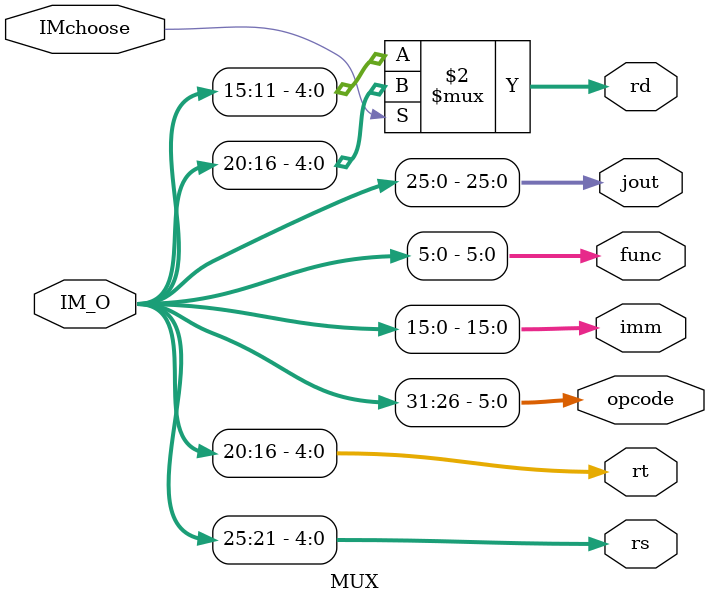
<source format=v>
`timescale 1ns / 1ps
module MUX(
    input [31:0]IM_O,
	 input IMchoose,
    output [4:0]rs,
    output [4:0]rt,
    output [4:0]rd,
    output [5:0]opcode,
    output [15:0]imm,
    output [5:0]func,
	 output [25:0]jout
    );
	 assign opcode = IM_O[31:26];
	 assign rs = IM_O[25:21];
	 assign rt = IM_O[20:16];
	 assign rd = (IMchoose == 0) ? IM_O[15:11] : IM_O[20:16];
	 assign func = IM_O[5:0];
	 assign imm = IM_O[15:0];
	 assign jout = IM_O[25:0];


endmodule

</source>
